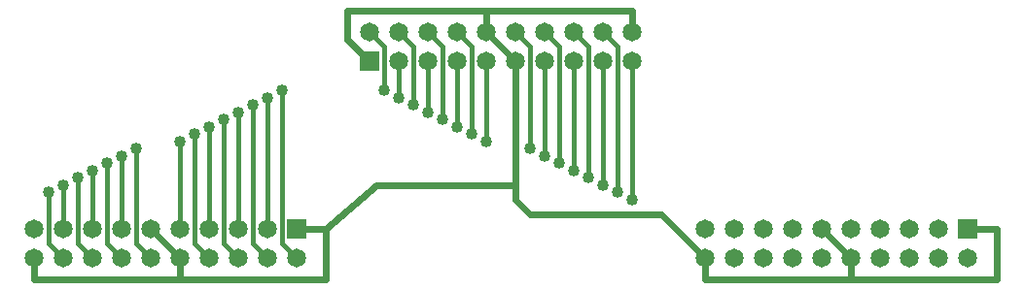
<source format=gbl>
G04 Output by ViewMate Deluxe V11.0.9  PentaLogix LLC*
G04 Sun Jun 01 12:26:16 2014*
%FSLAX33Y33*%
%MOMM*%
%IPPOS*%
%ADD10R,1.651X1.651*%
%ADD11C,1.651*%
%ADD12C,0.6096*%
%ADD13C,0.4064*%
%ADD14C,1.016*%

%LPD*%
X0Y0D2*D12*G1X44768Y13018D2*X42228Y13018D1*X48578Y27622D2*X46672Y29528D1*X46672Y32068*X58738Y32068*X71438Y30162D2*X71438Y32068D1*X58738Y32068*X58738Y30162*X61278Y27622*X61278Y16828*X90488Y8572D2*X90488Y10478D1*X87948Y13018*X100648Y13018D2*X103188Y13018D1*X103188Y8572*X90488Y8572*X77788Y8572*X77788Y10478*X73978Y14288*X62548Y14288*X61278Y15558*X61278Y16828*X49212Y16828*X44768Y13018*X44768Y8572*X32068Y8572*X32068Y10478*X29528Y13018*X19368Y10478D2*X19368Y8572D1*X32068Y8572*D13*X58738Y27622D2*X58738Y20638D1*X68898Y30162D2*X70168Y28892D1*X70168Y16192*X71438Y27622D2*X71438Y15558D1*X68898Y16828D2*X68898Y27622D1*X67628Y17462D2*X67628Y28892D1*X66358Y30162*X63818Y30162D2*X65088Y28892D1*X65088Y18732*X66358Y27622D2*X66358Y18098D1*X63818Y19368D2*X63818Y27622D1*X62548Y20002D2*X62548Y28892D1*X61278Y30162*X56198Y30162D2*X57468Y28892D1*X57468Y21272*X54928Y22542D2*X54928Y28892D1*X53658Y30162*X51118Y24448D2*X51118Y27622D1*X49848Y25082D2*X49848Y28892D1*X48578Y30162*X51118Y30162D2*X52388Y28892D1*X52388Y23812*X53658Y27622D2*X53658Y23178D1*X56198Y21908D2*X56198Y27622D1*X21908Y10478D2*X20638Y11748D1*X20638Y16192*X21908Y16828D2*X21908Y13018D1*X25718Y18732D2*X25718Y11748D1*X26988Y10478*X24448Y10478D2*X23178Y11748D1*X23178Y17462*X24448Y13018D2*X24448Y18098D1*X26988Y19368D2*X26988Y13018D1*X28258Y20002D2*X28258Y11748D1*X29528Y10478*X32068Y20638D2*X32068Y13018D1*X35878Y22542D2*X35878Y11748D1*X37148Y10478*X34608Y10478D2*X33338Y11748D1*X33338Y21272*X34608Y13018D2*X34608Y21908D1*X37148Y23178D2*X37148Y13018D1*X38418Y23812D2*X38418Y11748D1*X39688Y10478*X42228Y10478D2*X40958Y11748D1*X40958Y25082*X39688Y13018D2*X39688Y24448D1*D10*X100648Y13018D3*X48578Y27622D3*X42228Y13018D3*D11*X42228Y10478D3*X39688Y10478D3*X37148Y10478D3*X34608Y10478D3*X32068Y10478D3*X29528Y10478D3*X26988Y10478D3*X24448Y10478D3*X21908Y10478D3*X19368Y10478D3*X19368Y13018D3*X21908Y13018D3*X24448Y13018D3*X26988Y13018D3*X29528Y13018D3*X32068Y13018D3*X34608Y13018D3*X37148Y13018D3*X39688Y13018D3*X71438Y30162D3*X68898Y30162D3*X66358Y30162D3*X63818Y30162D3*X61278Y30162D3*X58738Y30162D3*X56198Y30162D3*X53658Y30162D3*X48578Y30162D3*X51118Y30162D3*X51118Y27622D3*X53658Y27622D3*X56198Y27622D3*X58738Y27622D3*X61278Y27622D3*X63818Y27622D3*X66358Y27622D3*X68898Y27622D3*X71438Y27622D3*X100648Y10478D3*X98108Y10478D3*X95568Y10478D3*X93028Y10478D3*X90488Y10478D3*X87948Y10478D3*X85408Y10478D3*X82868Y10478D3*X80328Y10478D3*X77788Y10478D3*X77788Y13018D3*X80328Y13018D3*X82868Y13018D3*X85408Y13018D3*X87948Y13018D3*X90488Y13018D3*X93028Y13018D3*X95568Y13018D3*X98108Y13018D3*D14*X71438Y15558D3*X70168Y16192D3*X68898Y16828D3*X67628Y17462D3*X66358Y18098D3*X65088Y18732D3*X63818Y19368D3*X62548Y20002D3*X20638Y16192D3*X21908Y16828D3*X23178Y17462D3*X24448Y18098D3*X25718Y18732D3*X26988Y19368D3*X28258Y20002D3*X32068Y20638D3*X33338Y21272D3*X34608Y21908D3*X35878Y22542D3*X37148Y23178D3*X38418Y23812D3*X39688Y24448D3*X40958Y25082D3*X49848Y25082D3*X51118Y24448D3*X52388Y23812D3*X53658Y23178D3*X54928Y22542D3*X56198Y21908D3*X57468Y21272D3*X58738Y20638D3*X0Y0D2*M02*
</source>
